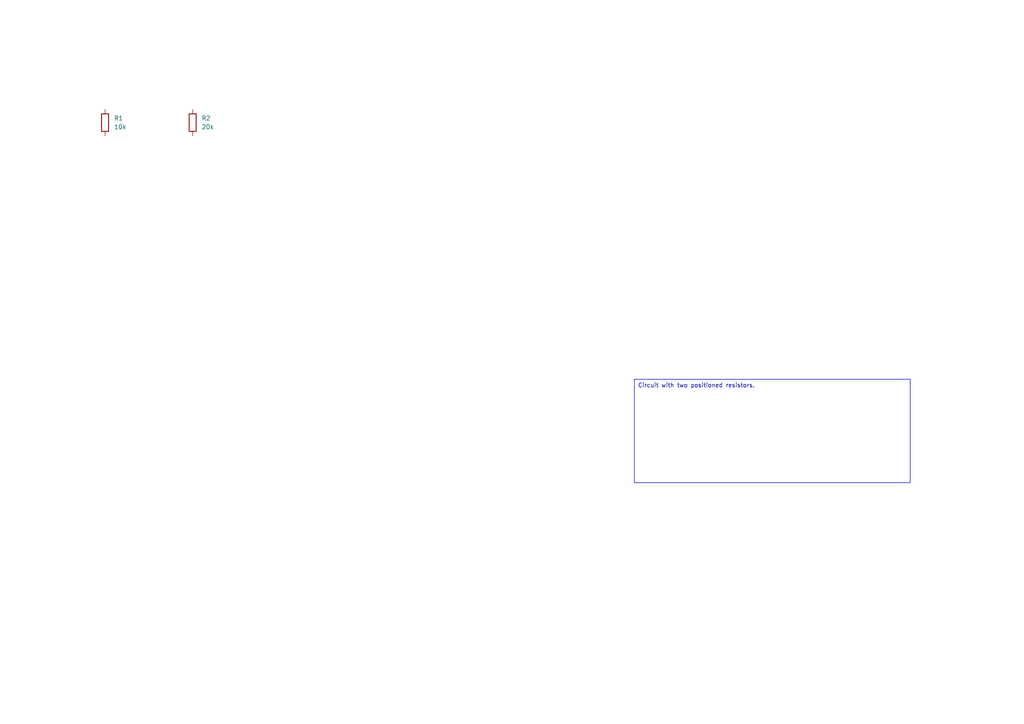
<source format=kicad_sch>
(kicad_sch (version 20250114) (generator "circuit_synth") (generator_version "0.8.36")
  (paper "A4")
  (title_block (title "positioned_resistor"))
  (lib_symbols
    (symbol "Device:R" (pin_numbers (hide yes)) (pin_names (offset 0))
      (property "Reference" "R" (at 2.032 0 90))
      (property "Value" "R" (at 0 0 90))
      (symbol "R_0_1"
        (rectangle (start -1.016 -2.54) (end 1.016 2.54) (stroke (width 0.254)))
      )
      (symbol "R_1_1"
        (pin passive line (at 0 3.81 270) (length 1.27) (name "~") (number "1"))
        (pin passive line (at 0 -3.81 90) (length 1.27) (name "~") (number "2"))
      )
    )
  )
  (symbol (lib_id "Device:R") (at 30.48 35.56 0) (unit 1)
    (property "Reference" "R1" (at 33.02 34.2899 0) (effects (justify left)))
    (property "Value" "10k" (at 33.02 36.8299 0) (effects (justify left)))
    (property "Footprint" "Resistor_SMD:R_0603_1608Metric" (effects (hide yes)))
    (property "hierarchy_path" "/fb938220-c8af-40f7-b0b4-8c83535a371d" (effects (hide yes)))
    (property "project_name" "positioned_resistor" (effects (hide yes)))
    (property "root_uuid" "fb938220-c8af-40f7-b0b4-8c83535a371d" (effects (hide yes)))
  )
  (symbol (lib_id "Device:R") (at 55.88 35.56 0) (unit 1)
    (property "Reference" "R2" (at 58.42 34.2899 0) (effects (justify left)))
    (property "Value" "20k" (at 58.42 36.8299 0) (effects (justify left)))
    (property "Footprint" "Resistor_SMD:R_0603_1608Metric" (effects (hide yes)))
    (property "hierarchy_path" "/fb938220-c8af-40f7-b0b4-8c83535a371d" (effects (hide yes)))
    (property "project_name" "positioned_resistor" (effects (hide yes)))
    (property "root_uuid" "fb938220-c8af-40f7-b0b4-8c83535a371d" (effects (hide yes)))
  )
  (text_box "Circuit with two positioned resistors." (at 184 110 0) (size 80 30) (margins 1 1 1 1) (effects (font (size 1.2 1.2)) (justify left top)))
)
</source>
